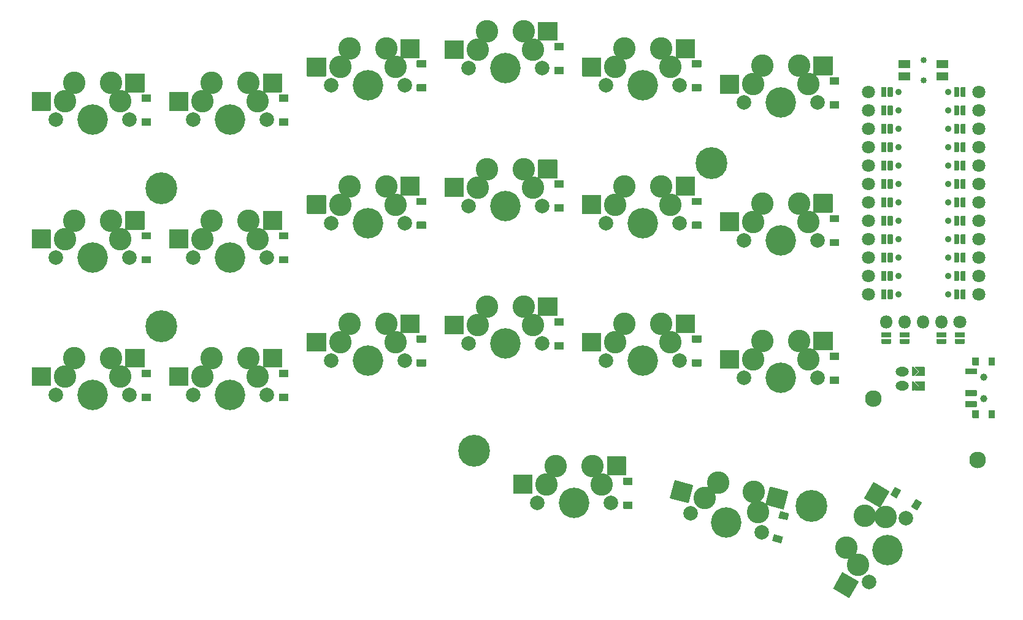
<source format=gbs>
G04 #@! TF.GenerationSoftware,KiCad,Pcbnew,8.0.8+1*
G04 #@! TF.CreationDate,2025-07-08T12:52:23+00:00*
G04 #@! TF.ProjectId,corney_island_wireless_autorouted,636f726e-6579-45f6-9973-6c616e645f77,0.2*
G04 #@! TF.SameCoordinates,Original*
G04 #@! TF.FileFunction,Soldermask,Bot*
G04 #@! TF.FilePolarity,Negative*
%FSLAX46Y46*%
G04 Gerber Fmt 4.6, Leading zero omitted, Abs format (unit mm)*
G04 Created by KiCad (PCBNEW 8.0.8+1) date 2025-07-08 12:52:23*
%MOMM*%
%LPD*%
G01*
G04 APERTURE LIST*
%ADD10C,2.000000*%
%ADD11C,3.100000*%
%ADD12C,4.200000*%
%ADD13C,4.400000*%
%ADD14C,0.850000*%
%ADD15C,1.000000*%
%ADD16O,1.850000X1.300000*%
%ADD17C,2.300000*%
%ADD18O,1.800000X1.800000*%
%ADD19C,1.800000*%
%ADD20C,0.900000*%
G04 APERTURE END LIST*
D10*
X189920000Y-59625000D03*
D11*
X192460000Y-54545000D03*
D12*
X195000000Y-59625000D03*
D11*
X198810000Y-57085000D03*
D10*
X200080000Y-59625000D03*
D13*
X199241100Y-115323700D03*
D10*
X189920000Y-97625000D03*
D11*
X192460000Y-92545000D03*
D12*
X195000000Y-97625000D03*
D11*
X198810000Y-95085000D03*
D10*
X200080000Y-97625000D03*
X132920000Y-76250000D03*
D11*
X135460000Y-71170000D03*
D12*
X138000000Y-76250000D03*
D11*
X141810000Y-73710000D03*
D10*
X143080000Y-76250000D03*
D13*
X109500000Y-90500000D03*
D10*
X151920000Y-73875000D03*
D11*
X154460000Y-68795000D03*
D12*
X157000000Y-73875000D03*
D11*
X160810000Y-71335000D03*
D10*
X162080000Y-73875000D03*
D13*
X109500000Y-71500000D03*
D14*
X214704000Y-53790000D03*
X214704000Y-56540000D03*
G36*
G01*
X212904000Y-53815000D02*
X212904000Y-54815000D01*
G75*
G02*
X212854000Y-54865000I-50000J0D01*
G01*
X211304000Y-54865000D01*
G75*
G02*
X211254000Y-54815000I0J50000D01*
G01*
X211254000Y-53815000D01*
G75*
G02*
X211304000Y-53765000I50000J0D01*
G01*
X212854000Y-53765000D01*
G75*
G02*
X212904000Y-53815000I0J-50000D01*
G01*
G37*
G36*
G01*
X212904000Y-55515000D02*
X212904000Y-56515000D01*
G75*
G02*
X212854000Y-56565000I-50000J0D01*
G01*
X211304000Y-56565000D01*
G75*
G02*
X211254000Y-56515000I0J50000D01*
G01*
X211254000Y-55515000D01*
G75*
G02*
X211304000Y-55465000I50000J0D01*
G01*
X212854000Y-55465000D01*
G75*
G02*
X212904000Y-55515000I0J-50000D01*
G01*
G37*
G36*
G01*
X218154000Y-53815000D02*
X218154000Y-54815000D01*
G75*
G02*
X218104000Y-54865000I-50000J0D01*
G01*
X216554000Y-54865000D01*
G75*
G02*
X216504000Y-54815000I0J50000D01*
G01*
X216504000Y-53815000D01*
G75*
G02*
X216554000Y-53765000I50000J0D01*
G01*
X218104000Y-53765000D01*
G75*
G02*
X218154000Y-53815000I0J-50000D01*
G01*
G37*
G36*
G01*
X218154000Y-55515000D02*
X218154000Y-56515000D01*
G75*
G02*
X218104000Y-56565000I-50000J0D01*
G01*
X216554000Y-56565000D01*
G75*
G02*
X216504000Y-56515000I0J50000D01*
G01*
X216504000Y-55515000D01*
G75*
G02*
X216554000Y-55465000I50000J0D01*
G01*
X218104000Y-55465000D01*
G75*
G02*
X218154000Y-55515000I0J-50000D01*
G01*
G37*
D10*
X207206800Y-125788609D03*
D11*
X204077391Y-121048905D03*
D12*
X209746800Y-121389200D03*
D11*
X209452095Y-116819643D03*
D10*
X212286800Y-116989791D03*
X189920000Y-78625000D03*
D11*
X192460000Y-73545000D03*
D12*
X195000000Y-78625000D03*
D11*
X198810000Y-76085000D03*
D10*
X200080000Y-78625000D03*
X113920000Y-62000000D03*
D11*
X116460000Y-56920000D03*
D12*
X119000000Y-62000000D03*
D11*
X122810000Y-59460000D03*
D10*
X124080000Y-62000000D03*
X132920000Y-95250000D03*
D11*
X135460000Y-90170000D03*
D12*
X138000000Y-95250000D03*
D11*
X141810000Y-92710000D03*
D10*
X143080000Y-95250000D03*
X132920000Y-57250000D03*
D11*
X135460000Y-52170000D03*
D12*
X138000000Y-57250000D03*
D11*
X141810000Y-54710000D03*
D10*
X143080000Y-57250000D03*
X94920000Y-81000000D03*
D11*
X97460000Y-75920000D03*
D12*
X100000000Y-81000000D03*
D11*
X103810000Y-78460000D03*
D10*
X105080000Y-81000000D03*
G36*
G01*
X221515000Y-94800000D02*
X222315000Y-94800000D01*
G75*
G02*
X222365000Y-94850000I0J-50000D01*
G01*
X222365000Y-95850000D01*
G75*
G02*
X222315000Y-95900000I-50000J0D01*
G01*
X221515000Y-95900000D01*
G75*
G02*
X221465000Y-95850000I0J50000D01*
G01*
X221465000Y-94850000D01*
G75*
G02*
X221515000Y-94800000I50000J0D01*
G01*
G37*
G36*
G01*
X221515000Y-102100000D02*
X222315000Y-102100000D01*
G75*
G02*
X222365000Y-102150000I0J-50000D01*
G01*
X222365000Y-103150000D01*
G75*
G02*
X222315000Y-103200000I-50000J0D01*
G01*
X221515000Y-103200000D01*
G75*
G02*
X221465000Y-103150000I0J50000D01*
G01*
X221465000Y-102150000D01*
G75*
G02*
X221515000Y-102100000I50000J0D01*
G01*
G37*
D15*
X223025000Y-97500000D03*
X223025000Y-100500000D03*
G36*
G01*
X223725000Y-94800000D02*
X224525000Y-94800000D01*
G75*
G02*
X224575000Y-94850000I0J-50000D01*
G01*
X224575000Y-95850000D01*
G75*
G02*
X224525000Y-95900000I-50000J0D01*
G01*
X223725000Y-95900000D01*
G75*
G02*
X223675000Y-95850000I0J50000D01*
G01*
X223675000Y-94850000D01*
G75*
G02*
X223725000Y-94800000I50000J0D01*
G01*
G37*
G36*
G01*
X223725000Y-102100000D02*
X224525000Y-102100000D01*
G75*
G02*
X224575000Y-102150000I0J-50000D01*
G01*
X224575000Y-103150000D01*
G75*
G02*
X224525000Y-103200000I-50000J0D01*
G01*
X223725000Y-103200000D01*
G75*
G02*
X223675000Y-103150000I0J50000D01*
G01*
X223675000Y-102150000D01*
G75*
G02*
X223725000Y-102100000I50000J0D01*
G01*
G37*
G36*
G01*
X220515000Y-96350000D02*
X222015000Y-96350000D01*
G75*
G02*
X222065000Y-96400000I0J-50000D01*
G01*
X222065000Y-97100000D01*
G75*
G02*
X222015000Y-97150000I-50000J0D01*
G01*
X220515000Y-97150000D01*
G75*
G02*
X220465000Y-97100000I0J50000D01*
G01*
X220465000Y-96400000D01*
G75*
G02*
X220515000Y-96350000I50000J0D01*
G01*
G37*
G36*
G01*
X220515000Y-99350000D02*
X222015000Y-99350000D01*
G75*
G02*
X222065000Y-99400000I0J-50000D01*
G01*
X222065000Y-100100000D01*
G75*
G02*
X222015000Y-100150000I-50000J0D01*
G01*
X220515000Y-100150000D01*
G75*
G02*
X220465000Y-100100000I0J50000D01*
G01*
X220465000Y-99400000D01*
G75*
G02*
X220515000Y-99350000I50000J0D01*
G01*
G37*
G36*
G01*
X220515000Y-100850000D02*
X222015000Y-100850000D01*
G75*
G02*
X222065000Y-100900000I0J-50000D01*
G01*
X222065000Y-101600000D01*
G75*
G02*
X222015000Y-101650000I-50000J0D01*
G01*
X220515000Y-101650000D01*
G75*
G02*
X220465000Y-101600000I0J50000D01*
G01*
X220465000Y-100900000D01*
G75*
G02*
X220515000Y-100850000I50000J0D01*
G01*
G37*
D10*
X182593097Y-116310199D03*
D11*
X186361349Y-112060696D03*
D12*
X187500000Y-117625000D03*
D11*
X191837578Y-116157649D03*
D10*
X192406903Y-118939801D03*
X94920000Y-100000000D03*
D11*
X97460000Y-94920000D03*
D12*
X100000000Y-100000000D03*
D11*
X103810000Y-97460000D03*
D10*
X105080000Y-100000000D03*
X161420000Y-114875000D03*
D11*
X163960000Y-109795000D03*
D12*
X166500000Y-114875000D03*
D11*
X170310000Y-112335000D03*
D10*
X171580000Y-114875000D03*
G36*
X214851355Y-97385355D02*
G01*
X214816000Y-97400000D01*
X213566000Y-97400000D01*
X213530645Y-97385355D01*
X213516000Y-97350000D01*
X213530645Y-97314645D01*
X214095290Y-96750000D01*
X213530645Y-96185355D01*
X213516000Y-96150000D01*
X213530645Y-96114645D01*
X213566000Y-96100000D01*
X214816000Y-96100000D01*
X214851355Y-96114645D01*
X214866000Y-96150000D01*
X214866000Y-97350000D01*
X214851355Y-97385355D01*
G37*
G36*
X214851355Y-99385355D02*
G01*
X214816000Y-99400000D01*
X213566000Y-99400000D01*
X213530645Y-99385355D01*
X213516000Y-99350000D01*
X213530645Y-99314645D01*
X214095290Y-98750000D01*
X213530645Y-98185355D01*
X213516000Y-98150000D01*
X213530645Y-98114645D01*
X213566000Y-98100000D01*
X214816000Y-98100000D01*
X214851355Y-98114645D01*
X214866000Y-98150000D01*
X214866000Y-99350000D01*
X214851355Y-99385355D01*
G37*
D16*
X211750000Y-98750000D03*
X211750000Y-96750000D03*
G36*
X213985355Y-98785355D02*
G01*
X213385355Y-99385355D01*
X213350000Y-99400000D01*
X213150000Y-99400000D01*
X213114645Y-99385355D01*
X213100000Y-99350000D01*
X213100000Y-98150000D01*
X213114645Y-98114645D01*
X213150000Y-98100000D01*
X213350000Y-98100000D01*
X213385355Y-98114645D01*
X213985355Y-98714645D01*
X214000000Y-98750000D01*
X213985355Y-98785355D01*
G37*
G36*
X213985355Y-96785355D02*
G01*
X213385355Y-97385355D01*
X213350000Y-97400000D01*
X213150000Y-97400000D01*
X213114645Y-97385355D01*
X213100000Y-97350000D01*
X213100000Y-96150000D01*
X213114645Y-96114645D01*
X213150000Y-96100000D01*
X213350000Y-96100000D01*
X213385355Y-96114645D01*
X213985355Y-96714645D01*
X214000000Y-96750000D01*
X213985355Y-96785355D01*
G37*
D10*
X170920000Y-76250000D03*
D11*
X173460000Y-71170000D03*
D12*
X176000000Y-76250000D03*
D11*
X179810000Y-73710000D03*
D10*
X181080000Y-76250000D03*
X94920000Y-62000000D03*
D11*
X97460000Y-56920000D03*
D12*
X100000000Y-62000000D03*
D11*
X103810000Y-59460000D03*
D10*
X105080000Y-62000000D03*
X170920000Y-95250000D03*
D11*
X173460000Y-90170000D03*
D12*
X176000000Y-95250000D03*
D11*
X179810000Y-92710000D03*
D10*
X181080000Y-95250000D03*
D13*
X185468000Y-67986000D03*
D10*
X113920000Y-100000000D03*
D11*
X116460000Y-94920000D03*
D12*
X119000000Y-100000000D03*
D11*
X122810000Y-97460000D03*
D10*
X124080000Y-100000000D03*
X151920000Y-92875000D03*
D11*
X154460000Y-87795000D03*
D12*
X157000000Y-92875000D03*
D11*
X160810000Y-90335000D03*
D10*
X162080000Y-92875000D03*
D13*
X152657000Y-107740000D03*
D17*
X222194000Y-108995000D03*
D18*
X209567000Y-89950000D03*
X212107000Y-89950000D03*
X214647000Y-89950000D03*
X217187000Y-89950000D03*
D19*
X219727000Y-89950000D03*
G36*
G01*
X219127000Y-92250000D02*
X220327000Y-92250000D01*
G75*
G02*
X220377000Y-92300000I0J-50000D01*
G01*
X220377000Y-92900000D01*
G75*
G02*
X220327000Y-92950000I-50000J0D01*
G01*
X219127000Y-92950000D01*
G75*
G02*
X219077000Y-92900000I0J50000D01*
G01*
X219077000Y-92300000D01*
G75*
G02*
X219127000Y-92250000I50000J0D01*
G01*
G37*
G36*
G01*
X216587000Y-92250000D02*
X217787000Y-92250000D01*
G75*
G02*
X217837000Y-92300000I0J-50000D01*
G01*
X217837000Y-92900000D01*
G75*
G02*
X217787000Y-92950000I-50000J0D01*
G01*
X216587000Y-92950000D01*
G75*
G02*
X216537000Y-92900000I0J50000D01*
G01*
X216537000Y-92300000D01*
G75*
G02*
X216587000Y-92250000I50000J0D01*
G01*
G37*
G36*
G01*
X211507000Y-92250000D02*
X212707000Y-92250000D01*
G75*
G02*
X212757000Y-92300000I0J-50000D01*
G01*
X212757000Y-92900000D01*
G75*
G02*
X212707000Y-92950000I-50000J0D01*
G01*
X211507000Y-92950000D01*
G75*
G02*
X211457000Y-92900000I0J50000D01*
G01*
X211457000Y-92300000D01*
G75*
G02*
X211507000Y-92250000I50000J0D01*
G01*
G37*
G36*
G01*
X208967000Y-92250000D02*
X210167000Y-92250000D01*
G75*
G02*
X210217000Y-92300000I0J-50000D01*
G01*
X210217000Y-92900000D01*
G75*
G02*
X210167000Y-92950000I-50000J0D01*
G01*
X208967000Y-92950000D01*
G75*
G02*
X208917000Y-92900000I0J50000D01*
G01*
X208917000Y-92300000D01*
G75*
G02*
X208967000Y-92250000I50000J0D01*
G01*
G37*
G36*
G01*
X219127000Y-91350000D02*
X220327000Y-91350000D01*
G75*
G02*
X220377000Y-91400000I0J-50000D01*
G01*
X220377000Y-92000000D01*
G75*
G02*
X220327000Y-92050000I-50000J0D01*
G01*
X219127000Y-92050000D01*
G75*
G02*
X219077000Y-92000000I0J50000D01*
G01*
X219077000Y-91400000D01*
G75*
G02*
X219127000Y-91350000I50000J0D01*
G01*
G37*
G36*
G01*
X216587000Y-91350000D02*
X217787000Y-91350000D01*
G75*
G02*
X217837000Y-91400000I0J-50000D01*
G01*
X217837000Y-92000000D01*
G75*
G02*
X217787000Y-92050000I-50000J0D01*
G01*
X216587000Y-92050000D01*
G75*
G02*
X216537000Y-92000000I0J50000D01*
G01*
X216537000Y-91400000D01*
G75*
G02*
X216587000Y-91350000I50000J0D01*
G01*
G37*
G36*
G01*
X211507000Y-91350000D02*
X212707000Y-91350000D01*
G75*
G02*
X212757000Y-91400000I0J-50000D01*
G01*
X212757000Y-92000000D01*
G75*
G02*
X212707000Y-92050000I-50000J0D01*
G01*
X211507000Y-92050000D01*
G75*
G02*
X211457000Y-92000000I0J50000D01*
G01*
X211457000Y-91400000D01*
G75*
G02*
X211507000Y-91350000I50000J0D01*
G01*
G37*
G36*
G01*
X208967000Y-91350000D02*
X210167000Y-91350000D01*
G75*
G02*
X210217000Y-91400000I0J-50000D01*
G01*
X210217000Y-92000000D01*
G75*
G02*
X210167000Y-92050000I-50000J0D01*
G01*
X208967000Y-92050000D01*
G75*
G02*
X208917000Y-92000000I0J50000D01*
G01*
X208917000Y-91400000D01*
G75*
G02*
X208967000Y-91350000I50000J0D01*
G01*
G37*
G36*
G01*
X219834000Y-58770000D02*
X219834000Y-57570000D01*
G75*
G02*
X219884000Y-57520000I50000J0D01*
G01*
X220484000Y-57520000D01*
G75*
G02*
X220534000Y-57570000I0J-50000D01*
G01*
X220534000Y-58770000D01*
G75*
G02*
X220484000Y-58820000I-50000J0D01*
G01*
X219884000Y-58820000D01*
G75*
G02*
X219834000Y-58770000I0J50000D01*
G01*
G37*
X222324000Y-58170000D03*
G36*
G01*
X219834000Y-61310000D02*
X219834000Y-60110000D01*
G75*
G02*
X219884000Y-60060000I50000J0D01*
G01*
X220484000Y-60060000D01*
G75*
G02*
X220534000Y-60110000I0J-50000D01*
G01*
X220534000Y-61310000D01*
G75*
G02*
X220484000Y-61360000I-50000J0D01*
G01*
X219884000Y-61360000D01*
G75*
G02*
X219834000Y-61310000I0J50000D01*
G01*
G37*
X222324000Y-60710000D03*
G36*
G01*
X219834000Y-63850000D02*
X219834000Y-62650000D01*
G75*
G02*
X219884000Y-62600000I50000J0D01*
G01*
X220484000Y-62600000D01*
G75*
G02*
X220534000Y-62650000I0J-50000D01*
G01*
X220534000Y-63850000D01*
G75*
G02*
X220484000Y-63900000I-50000J0D01*
G01*
X219884000Y-63900000D01*
G75*
G02*
X219834000Y-63850000I0J50000D01*
G01*
G37*
X222324000Y-63250000D03*
G36*
G01*
X219834000Y-66390000D02*
X219834000Y-65190000D01*
G75*
G02*
X219884000Y-65140000I50000J0D01*
G01*
X220484000Y-65140000D01*
G75*
G02*
X220534000Y-65190000I0J-50000D01*
G01*
X220534000Y-66390000D01*
G75*
G02*
X220484000Y-66440000I-50000J0D01*
G01*
X219884000Y-66440000D01*
G75*
G02*
X219834000Y-66390000I0J50000D01*
G01*
G37*
X222324000Y-65790000D03*
G36*
G01*
X219834000Y-68930000D02*
X219834000Y-67730000D01*
G75*
G02*
X219884000Y-67680000I50000J0D01*
G01*
X220484000Y-67680000D01*
G75*
G02*
X220534000Y-67730000I0J-50000D01*
G01*
X220534000Y-68930000D01*
G75*
G02*
X220484000Y-68980000I-50000J0D01*
G01*
X219884000Y-68980000D01*
G75*
G02*
X219834000Y-68930000I0J50000D01*
G01*
G37*
X222324000Y-68330000D03*
G36*
G01*
X219834000Y-71470000D02*
X219834000Y-70270000D01*
G75*
G02*
X219884000Y-70220000I50000J0D01*
G01*
X220484000Y-70220000D01*
G75*
G02*
X220534000Y-70270000I0J-50000D01*
G01*
X220534000Y-71470000D01*
G75*
G02*
X220484000Y-71520000I-50000J0D01*
G01*
X219884000Y-71520000D01*
G75*
G02*
X219834000Y-71470000I0J50000D01*
G01*
G37*
X222324000Y-70870000D03*
G36*
G01*
X219834000Y-74010000D02*
X219834000Y-72810000D01*
G75*
G02*
X219884000Y-72760000I50000J0D01*
G01*
X220484000Y-72760000D01*
G75*
G02*
X220534000Y-72810000I0J-50000D01*
G01*
X220534000Y-74010000D01*
G75*
G02*
X220484000Y-74060000I-50000J0D01*
G01*
X219884000Y-74060000D01*
G75*
G02*
X219834000Y-74010000I0J50000D01*
G01*
G37*
X222324000Y-73410000D03*
G36*
G01*
X219834000Y-76550000D02*
X219834000Y-75350000D01*
G75*
G02*
X219884000Y-75300000I50000J0D01*
G01*
X220484000Y-75300000D01*
G75*
G02*
X220534000Y-75350000I0J-50000D01*
G01*
X220534000Y-76550000D01*
G75*
G02*
X220484000Y-76600000I-50000J0D01*
G01*
X219884000Y-76600000D01*
G75*
G02*
X219834000Y-76550000I0J50000D01*
G01*
G37*
X222324000Y-75950000D03*
G36*
G01*
X219834000Y-79090000D02*
X219834000Y-77890000D01*
G75*
G02*
X219884000Y-77840000I50000J0D01*
G01*
X220484000Y-77840000D01*
G75*
G02*
X220534000Y-77890000I0J-50000D01*
G01*
X220534000Y-79090000D01*
G75*
G02*
X220484000Y-79140000I-50000J0D01*
G01*
X219884000Y-79140000D01*
G75*
G02*
X219834000Y-79090000I0J50000D01*
G01*
G37*
X222324000Y-78490000D03*
G36*
G01*
X219834000Y-81630000D02*
X219834000Y-80430000D01*
G75*
G02*
X219884000Y-80380000I50000J0D01*
G01*
X220484000Y-80380000D01*
G75*
G02*
X220534000Y-80430000I0J-50000D01*
G01*
X220534000Y-81630000D01*
G75*
G02*
X220484000Y-81680000I-50000J0D01*
G01*
X219884000Y-81680000D01*
G75*
G02*
X219834000Y-81630000I0J50000D01*
G01*
G37*
X222324000Y-81030000D03*
G36*
G01*
X219834000Y-84170000D02*
X219834000Y-82970000D01*
G75*
G02*
X219884000Y-82920000I50000J0D01*
G01*
X220484000Y-82920000D01*
G75*
G02*
X220534000Y-82970000I0J-50000D01*
G01*
X220534000Y-84170000D01*
G75*
G02*
X220484000Y-84220000I-50000J0D01*
G01*
X219884000Y-84220000D01*
G75*
G02*
X219834000Y-84170000I0J50000D01*
G01*
G37*
X222324000Y-83570000D03*
G36*
G01*
X219834000Y-86710000D02*
X219834000Y-85510000D01*
G75*
G02*
X219884000Y-85460000I50000J0D01*
G01*
X220484000Y-85460000D01*
G75*
G02*
X220534000Y-85510000I0J-50000D01*
G01*
X220534000Y-86710000D01*
G75*
G02*
X220484000Y-86760000I-50000J0D01*
G01*
X219884000Y-86760000D01*
G75*
G02*
X219834000Y-86710000I0J50000D01*
G01*
G37*
X222324000Y-86110000D03*
X207084000Y-86110000D03*
G36*
G01*
X208874000Y-86710000D02*
X208874000Y-85510000D01*
G75*
G02*
X208924000Y-85460000I50000J0D01*
G01*
X209524000Y-85460000D01*
G75*
G02*
X209574000Y-85510000I0J-50000D01*
G01*
X209574000Y-86710000D01*
G75*
G02*
X209524000Y-86760000I-50000J0D01*
G01*
X208924000Y-86760000D01*
G75*
G02*
X208874000Y-86710000I0J50000D01*
G01*
G37*
X207084000Y-83570000D03*
G36*
G01*
X208874000Y-84170000D02*
X208874000Y-82970000D01*
G75*
G02*
X208924000Y-82920000I50000J0D01*
G01*
X209524000Y-82920000D01*
G75*
G02*
X209574000Y-82970000I0J-50000D01*
G01*
X209574000Y-84170000D01*
G75*
G02*
X209524000Y-84220000I-50000J0D01*
G01*
X208924000Y-84220000D01*
G75*
G02*
X208874000Y-84170000I0J50000D01*
G01*
G37*
X207084000Y-81030000D03*
G36*
G01*
X208874000Y-81630000D02*
X208874000Y-80430000D01*
G75*
G02*
X208924000Y-80380000I50000J0D01*
G01*
X209524000Y-80380000D01*
G75*
G02*
X209574000Y-80430000I0J-50000D01*
G01*
X209574000Y-81630000D01*
G75*
G02*
X209524000Y-81680000I-50000J0D01*
G01*
X208924000Y-81680000D01*
G75*
G02*
X208874000Y-81630000I0J50000D01*
G01*
G37*
X207084000Y-78490000D03*
G36*
G01*
X208874000Y-79090000D02*
X208874000Y-77890000D01*
G75*
G02*
X208924000Y-77840000I50000J0D01*
G01*
X209524000Y-77840000D01*
G75*
G02*
X209574000Y-77890000I0J-50000D01*
G01*
X209574000Y-79090000D01*
G75*
G02*
X209524000Y-79140000I-50000J0D01*
G01*
X208924000Y-79140000D01*
G75*
G02*
X208874000Y-79090000I0J50000D01*
G01*
G37*
X207084000Y-75950000D03*
G36*
G01*
X208874000Y-76550000D02*
X208874000Y-75350000D01*
G75*
G02*
X208924000Y-75300000I50000J0D01*
G01*
X209524000Y-75300000D01*
G75*
G02*
X209574000Y-75350000I0J-50000D01*
G01*
X209574000Y-76550000D01*
G75*
G02*
X209524000Y-76600000I-50000J0D01*
G01*
X208924000Y-76600000D01*
G75*
G02*
X208874000Y-76550000I0J50000D01*
G01*
G37*
X207084000Y-73410000D03*
G36*
G01*
X208874000Y-74010000D02*
X208874000Y-72810000D01*
G75*
G02*
X208924000Y-72760000I50000J0D01*
G01*
X209524000Y-72760000D01*
G75*
G02*
X209574000Y-72810000I0J-50000D01*
G01*
X209574000Y-74010000D01*
G75*
G02*
X209524000Y-74060000I-50000J0D01*
G01*
X208924000Y-74060000D01*
G75*
G02*
X208874000Y-74010000I0J50000D01*
G01*
G37*
X207084000Y-70870000D03*
G36*
G01*
X208874000Y-71470000D02*
X208874000Y-70270000D01*
G75*
G02*
X208924000Y-70220000I50000J0D01*
G01*
X209524000Y-70220000D01*
G75*
G02*
X209574000Y-70270000I0J-50000D01*
G01*
X209574000Y-71470000D01*
G75*
G02*
X209524000Y-71520000I-50000J0D01*
G01*
X208924000Y-71520000D01*
G75*
G02*
X208874000Y-71470000I0J50000D01*
G01*
G37*
X207084000Y-68330000D03*
G36*
G01*
X208874000Y-68930000D02*
X208874000Y-67730000D01*
G75*
G02*
X208924000Y-67680000I50000J0D01*
G01*
X209524000Y-67680000D01*
G75*
G02*
X209574000Y-67730000I0J-50000D01*
G01*
X209574000Y-68930000D01*
G75*
G02*
X209524000Y-68980000I-50000J0D01*
G01*
X208924000Y-68980000D01*
G75*
G02*
X208874000Y-68930000I0J50000D01*
G01*
G37*
X207084000Y-65790000D03*
G36*
G01*
X208874000Y-66390000D02*
X208874000Y-65190000D01*
G75*
G02*
X208924000Y-65140000I50000J0D01*
G01*
X209524000Y-65140000D01*
G75*
G02*
X209574000Y-65190000I0J-50000D01*
G01*
X209574000Y-66390000D01*
G75*
G02*
X209524000Y-66440000I-50000J0D01*
G01*
X208924000Y-66440000D01*
G75*
G02*
X208874000Y-66390000I0J50000D01*
G01*
G37*
X207084000Y-63250000D03*
G36*
G01*
X208874000Y-63850000D02*
X208874000Y-62650000D01*
G75*
G02*
X208924000Y-62600000I50000J0D01*
G01*
X209524000Y-62600000D01*
G75*
G02*
X209574000Y-62650000I0J-50000D01*
G01*
X209574000Y-63850000D01*
G75*
G02*
X209524000Y-63900000I-50000J0D01*
G01*
X208924000Y-63900000D01*
G75*
G02*
X208874000Y-63850000I0J50000D01*
G01*
G37*
X207084000Y-60710000D03*
G36*
G01*
X208874000Y-61310000D02*
X208874000Y-60110000D01*
G75*
G02*
X208924000Y-60060000I50000J0D01*
G01*
X209524000Y-60060000D01*
G75*
G02*
X209574000Y-60110000I0J-50000D01*
G01*
X209574000Y-61310000D01*
G75*
G02*
X209524000Y-61360000I-50000J0D01*
G01*
X208924000Y-61360000D01*
G75*
G02*
X208874000Y-61310000I0J50000D01*
G01*
G37*
X207084000Y-58170000D03*
G36*
G01*
X208874000Y-58770000D02*
X208874000Y-57570000D01*
G75*
G02*
X208924000Y-57520000I50000J0D01*
G01*
X209524000Y-57520000D01*
G75*
G02*
X209574000Y-57570000I0J-50000D01*
G01*
X209574000Y-58770000D01*
G75*
G02*
X209524000Y-58820000I-50000J0D01*
G01*
X208924000Y-58820000D01*
G75*
G02*
X208874000Y-58770000I0J50000D01*
G01*
G37*
G36*
G01*
X209774000Y-58770000D02*
X209774000Y-57570000D01*
G75*
G02*
X209824000Y-57520000I50000J0D01*
G01*
X210424000Y-57520000D01*
G75*
G02*
X210474000Y-57570000I0J-50000D01*
G01*
X210474000Y-58770000D01*
G75*
G02*
X210424000Y-58820000I-50000J0D01*
G01*
X209824000Y-58820000D01*
G75*
G02*
X209774000Y-58770000I0J50000D01*
G01*
G37*
D20*
X218104000Y-58170000D03*
G36*
G01*
X209774000Y-61310000D02*
X209774000Y-60110000D01*
G75*
G02*
X209824000Y-60060000I50000J0D01*
G01*
X210424000Y-60060000D01*
G75*
G02*
X210474000Y-60110000I0J-50000D01*
G01*
X210474000Y-61310000D01*
G75*
G02*
X210424000Y-61360000I-50000J0D01*
G01*
X209824000Y-61360000D01*
G75*
G02*
X209774000Y-61310000I0J50000D01*
G01*
G37*
X218104000Y-60710000D03*
G36*
G01*
X209774000Y-63850000D02*
X209774000Y-62650000D01*
G75*
G02*
X209824000Y-62600000I50000J0D01*
G01*
X210424000Y-62600000D01*
G75*
G02*
X210474000Y-62650000I0J-50000D01*
G01*
X210474000Y-63850000D01*
G75*
G02*
X210424000Y-63900000I-50000J0D01*
G01*
X209824000Y-63900000D01*
G75*
G02*
X209774000Y-63850000I0J50000D01*
G01*
G37*
X218104000Y-63250000D03*
G36*
G01*
X209774000Y-66390000D02*
X209774000Y-65190000D01*
G75*
G02*
X209824000Y-65140000I50000J0D01*
G01*
X210424000Y-65140000D01*
G75*
G02*
X210474000Y-65190000I0J-50000D01*
G01*
X210474000Y-66390000D01*
G75*
G02*
X210424000Y-66440000I-50000J0D01*
G01*
X209824000Y-66440000D01*
G75*
G02*
X209774000Y-66390000I0J50000D01*
G01*
G37*
X218104000Y-65790000D03*
G36*
G01*
X209774000Y-68930000D02*
X209774000Y-67730000D01*
G75*
G02*
X209824000Y-67680000I50000J0D01*
G01*
X210424000Y-67680000D01*
G75*
G02*
X210474000Y-67730000I0J-50000D01*
G01*
X210474000Y-68930000D01*
G75*
G02*
X210424000Y-68980000I-50000J0D01*
G01*
X209824000Y-68980000D01*
G75*
G02*
X209774000Y-68930000I0J50000D01*
G01*
G37*
X218104000Y-68330000D03*
G36*
G01*
X209774000Y-71470000D02*
X209774000Y-70270000D01*
G75*
G02*
X209824000Y-70220000I50000J0D01*
G01*
X210424000Y-70220000D01*
G75*
G02*
X210474000Y-70270000I0J-50000D01*
G01*
X210474000Y-71470000D01*
G75*
G02*
X210424000Y-71520000I-50000J0D01*
G01*
X209824000Y-71520000D01*
G75*
G02*
X209774000Y-71470000I0J50000D01*
G01*
G37*
X218104000Y-70870000D03*
G36*
G01*
X209774000Y-74010000D02*
X209774000Y-72810000D01*
G75*
G02*
X209824000Y-72760000I50000J0D01*
G01*
X210424000Y-72760000D01*
G75*
G02*
X210474000Y-72810000I0J-50000D01*
G01*
X210474000Y-74010000D01*
G75*
G02*
X210424000Y-74060000I-50000J0D01*
G01*
X209824000Y-74060000D01*
G75*
G02*
X209774000Y-74010000I0J50000D01*
G01*
G37*
X218104000Y-73410000D03*
G36*
G01*
X209774000Y-76550000D02*
X209774000Y-75350000D01*
G75*
G02*
X209824000Y-75300000I50000J0D01*
G01*
X210424000Y-75300000D01*
G75*
G02*
X210474000Y-75350000I0J-50000D01*
G01*
X210474000Y-76550000D01*
G75*
G02*
X210424000Y-76600000I-50000J0D01*
G01*
X209824000Y-76600000D01*
G75*
G02*
X209774000Y-76550000I0J50000D01*
G01*
G37*
X218104000Y-75950000D03*
G36*
G01*
X209774000Y-79090000D02*
X209774000Y-77890000D01*
G75*
G02*
X209824000Y-77840000I50000J0D01*
G01*
X210424000Y-77840000D01*
G75*
G02*
X210474000Y-77890000I0J-50000D01*
G01*
X210474000Y-79090000D01*
G75*
G02*
X210424000Y-79140000I-50000J0D01*
G01*
X209824000Y-79140000D01*
G75*
G02*
X209774000Y-79090000I0J50000D01*
G01*
G37*
X218104000Y-78490000D03*
G36*
G01*
X209774000Y-81630000D02*
X209774000Y-80430000D01*
G75*
G02*
X209824000Y-80380000I50000J0D01*
G01*
X210424000Y-80380000D01*
G75*
G02*
X210474000Y-80430000I0J-50000D01*
G01*
X210474000Y-81630000D01*
G75*
G02*
X210424000Y-81680000I-50000J0D01*
G01*
X209824000Y-81680000D01*
G75*
G02*
X209774000Y-81630000I0J50000D01*
G01*
G37*
X218104000Y-81030000D03*
G36*
G01*
X209774000Y-84170000D02*
X209774000Y-82970000D01*
G75*
G02*
X209824000Y-82920000I50000J0D01*
G01*
X210424000Y-82920000D01*
G75*
G02*
X210474000Y-82970000I0J-50000D01*
G01*
X210474000Y-84170000D01*
G75*
G02*
X210424000Y-84220000I-50000J0D01*
G01*
X209824000Y-84220000D01*
G75*
G02*
X209774000Y-84170000I0J50000D01*
G01*
G37*
X218104000Y-83570000D03*
G36*
G01*
X209774000Y-86710000D02*
X209774000Y-85510000D01*
G75*
G02*
X209824000Y-85460000I50000J0D01*
G01*
X210424000Y-85460000D01*
G75*
G02*
X210474000Y-85510000I0J-50000D01*
G01*
X210474000Y-86710000D01*
G75*
G02*
X210424000Y-86760000I-50000J0D01*
G01*
X209824000Y-86760000D01*
G75*
G02*
X209774000Y-86710000I0J50000D01*
G01*
G37*
X218104000Y-86110000D03*
X211304000Y-86110000D03*
G36*
G01*
X218934000Y-86710000D02*
X218934000Y-85510000D01*
G75*
G02*
X218984000Y-85460000I50000J0D01*
G01*
X219584000Y-85460000D01*
G75*
G02*
X219634000Y-85510000I0J-50000D01*
G01*
X219634000Y-86710000D01*
G75*
G02*
X219584000Y-86760000I-50000J0D01*
G01*
X218984000Y-86760000D01*
G75*
G02*
X218934000Y-86710000I0J50000D01*
G01*
G37*
X211304000Y-83570000D03*
G36*
G01*
X218934000Y-84170000D02*
X218934000Y-82970000D01*
G75*
G02*
X218984000Y-82920000I50000J0D01*
G01*
X219584000Y-82920000D01*
G75*
G02*
X219634000Y-82970000I0J-50000D01*
G01*
X219634000Y-84170000D01*
G75*
G02*
X219584000Y-84220000I-50000J0D01*
G01*
X218984000Y-84220000D01*
G75*
G02*
X218934000Y-84170000I0J50000D01*
G01*
G37*
X211304000Y-81030000D03*
G36*
G01*
X218934000Y-81630000D02*
X218934000Y-80430000D01*
G75*
G02*
X218984000Y-80380000I50000J0D01*
G01*
X219584000Y-80380000D01*
G75*
G02*
X219634000Y-80430000I0J-50000D01*
G01*
X219634000Y-81630000D01*
G75*
G02*
X219584000Y-81680000I-50000J0D01*
G01*
X218984000Y-81680000D01*
G75*
G02*
X218934000Y-81630000I0J50000D01*
G01*
G37*
X211304000Y-78490000D03*
G36*
G01*
X218934000Y-79090000D02*
X218934000Y-77890000D01*
G75*
G02*
X218984000Y-77840000I50000J0D01*
G01*
X219584000Y-77840000D01*
G75*
G02*
X219634000Y-77890000I0J-50000D01*
G01*
X219634000Y-79090000D01*
G75*
G02*
X219584000Y-79140000I-50000J0D01*
G01*
X218984000Y-79140000D01*
G75*
G02*
X218934000Y-79090000I0J50000D01*
G01*
G37*
X211304000Y-75950000D03*
G36*
G01*
X218934000Y-76550000D02*
X218934000Y-75350000D01*
G75*
G02*
X218984000Y-75300000I50000J0D01*
G01*
X219584000Y-75300000D01*
G75*
G02*
X219634000Y-75350000I0J-50000D01*
G01*
X219634000Y-76550000D01*
G75*
G02*
X219584000Y-76600000I-50000J0D01*
G01*
X218984000Y-76600000D01*
G75*
G02*
X218934000Y-76550000I0J50000D01*
G01*
G37*
X211304000Y-73410000D03*
G36*
G01*
X218934000Y-74010000D02*
X218934000Y-72810000D01*
G75*
G02*
X218984000Y-72760000I50000J0D01*
G01*
X219584000Y-72760000D01*
G75*
G02*
X219634000Y-72810000I0J-50000D01*
G01*
X219634000Y-74010000D01*
G75*
G02*
X219584000Y-74060000I-50000J0D01*
G01*
X218984000Y-74060000D01*
G75*
G02*
X218934000Y-74010000I0J50000D01*
G01*
G37*
X211304000Y-70870000D03*
G36*
G01*
X218934000Y-71470000D02*
X218934000Y-70270000D01*
G75*
G02*
X218984000Y-70220000I50000J0D01*
G01*
X219584000Y-70220000D01*
G75*
G02*
X219634000Y-70270000I0J-50000D01*
G01*
X219634000Y-71470000D01*
G75*
G02*
X219584000Y-71520000I-50000J0D01*
G01*
X218984000Y-71520000D01*
G75*
G02*
X218934000Y-71470000I0J50000D01*
G01*
G37*
X211304000Y-68330000D03*
G36*
G01*
X218934000Y-68930000D02*
X218934000Y-67730000D01*
G75*
G02*
X218984000Y-67680000I50000J0D01*
G01*
X219584000Y-67680000D01*
G75*
G02*
X219634000Y-67730000I0J-50000D01*
G01*
X219634000Y-68930000D01*
G75*
G02*
X219584000Y-68980000I-50000J0D01*
G01*
X218984000Y-68980000D01*
G75*
G02*
X218934000Y-68930000I0J50000D01*
G01*
G37*
X211304000Y-65790000D03*
G36*
G01*
X218934000Y-66390000D02*
X218934000Y-65190000D01*
G75*
G02*
X218984000Y-65140000I50000J0D01*
G01*
X219584000Y-65140000D01*
G75*
G02*
X219634000Y-65190000I0J-50000D01*
G01*
X219634000Y-66390000D01*
G75*
G02*
X219584000Y-66440000I-50000J0D01*
G01*
X218984000Y-66440000D01*
G75*
G02*
X218934000Y-66390000I0J50000D01*
G01*
G37*
X211304000Y-63250000D03*
G36*
G01*
X218934000Y-63850000D02*
X218934000Y-62650000D01*
G75*
G02*
X218984000Y-62600000I50000J0D01*
G01*
X219584000Y-62600000D01*
G75*
G02*
X219634000Y-62650000I0J-50000D01*
G01*
X219634000Y-63850000D01*
G75*
G02*
X219584000Y-63900000I-50000J0D01*
G01*
X218984000Y-63900000D01*
G75*
G02*
X218934000Y-63850000I0J50000D01*
G01*
G37*
X211304000Y-60710000D03*
G36*
G01*
X218934000Y-61310000D02*
X218934000Y-60110000D01*
G75*
G02*
X218984000Y-60060000I50000J0D01*
G01*
X219584000Y-60060000D01*
G75*
G02*
X219634000Y-60110000I0J-50000D01*
G01*
X219634000Y-61310000D01*
G75*
G02*
X219584000Y-61360000I-50000J0D01*
G01*
X218984000Y-61360000D01*
G75*
G02*
X218934000Y-61310000I0J50000D01*
G01*
G37*
X211304000Y-58170000D03*
G36*
G01*
X218934000Y-58770000D02*
X218934000Y-57570000D01*
G75*
G02*
X218984000Y-57520000I50000J0D01*
G01*
X219584000Y-57520000D01*
G75*
G02*
X219634000Y-57570000I0J-50000D01*
G01*
X219634000Y-58770000D01*
G75*
G02*
X219584000Y-58820000I-50000J0D01*
G01*
X218984000Y-58820000D01*
G75*
G02*
X218934000Y-58770000I0J50000D01*
G01*
G37*
D10*
X170920000Y-57250000D03*
D11*
X173460000Y-52170000D03*
D12*
X176000000Y-57250000D03*
D11*
X179810000Y-54710000D03*
D10*
X181080000Y-57250000D03*
X151920000Y-54875000D03*
D11*
X154460000Y-49795000D03*
D12*
X157000000Y-54875000D03*
D11*
X160810000Y-52335000D03*
D10*
X162080000Y-54875000D03*
X113920000Y-81000000D03*
D11*
X116460000Y-75920000D03*
D12*
X119000000Y-81000000D03*
D11*
X122810000Y-78460000D03*
D10*
X124080000Y-81000000D03*
D17*
X207762000Y-100476000D03*
G36*
G01*
X146000000Y-58075000D02*
X144800000Y-58075000D01*
G75*
G02*
X144750000Y-58025000I0J50000D01*
G01*
X144750000Y-57125000D01*
G75*
G02*
X144800000Y-57075000I50000J0D01*
G01*
X146000000Y-57075000D01*
G75*
G02*
X146050000Y-57125000I0J-50000D01*
G01*
X146050000Y-58025000D01*
G75*
G02*
X146000000Y-58075000I-50000J0D01*
G01*
G37*
G36*
G01*
X146000000Y-54775000D02*
X144800000Y-54775000D01*
G75*
G02*
X144750000Y-54725000I0J50000D01*
G01*
X144750000Y-53825000D01*
G75*
G02*
X144800000Y-53775000I50000J0D01*
G01*
X146000000Y-53775000D01*
G75*
G02*
X146050000Y-53825000I0J-50000D01*
G01*
X146050000Y-54725000D01*
G75*
G02*
X146000000Y-54775000I-50000J0D01*
G01*
G37*
D10*
X151920000Y-92875000D03*
D11*
X153190000Y-90335000D03*
D12*
X157000000Y-92875000D03*
D11*
X159540000Y-87795000D03*
D10*
X162080000Y-92875000D03*
G36*
G01*
X148590000Y-91585000D02*
X148590000Y-89085000D01*
G75*
G02*
X148640000Y-89035000I50000J0D01*
G01*
X151190000Y-89035000D01*
G75*
G02*
X151240000Y-89085000I0J-50000D01*
G01*
X151240000Y-91585000D01*
G75*
G02*
X151190000Y-91635000I-50000J0D01*
G01*
X148640000Y-91635000D01*
G75*
G02*
X148590000Y-91585000I0J50000D01*
G01*
G37*
G36*
G01*
X161517000Y-89045000D02*
X161517000Y-86545000D01*
G75*
G02*
X161567000Y-86495000I50000J0D01*
G01*
X164117000Y-86495000D01*
G75*
G02*
X164167000Y-86545000I0J-50000D01*
G01*
X164167000Y-89045000D01*
G75*
G02*
X164117000Y-89095000I-50000J0D01*
G01*
X161567000Y-89095000D01*
G75*
G02*
X161517000Y-89045000I0J50000D01*
G01*
G37*
X161420000Y-114875000D03*
D11*
X162690000Y-112335000D03*
D12*
X166500000Y-114875000D03*
D11*
X169040000Y-109795000D03*
D10*
X171580000Y-114875000D03*
G36*
G01*
X158090000Y-113585000D02*
X158090000Y-111085000D01*
G75*
G02*
X158140000Y-111035000I50000J0D01*
G01*
X160690000Y-111035000D01*
G75*
G02*
X160740000Y-111085000I0J-50000D01*
G01*
X160740000Y-113585000D01*
G75*
G02*
X160690000Y-113635000I-50000J0D01*
G01*
X158140000Y-113635000D01*
G75*
G02*
X158090000Y-113585000I0J50000D01*
G01*
G37*
G36*
G01*
X171017000Y-111045000D02*
X171017000Y-108545000D01*
G75*
G02*
X171067000Y-108495000I50000J0D01*
G01*
X173617000Y-108495000D01*
G75*
G02*
X173667000Y-108545000I0J-50000D01*
G01*
X173667000Y-111045000D01*
G75*
G02*
X173617000Y-111095000I-50000J0D01*
G01*
X171067000Y-111095000D01*
G75*
G02*
X171017000Y-111045000I0J50000D01*
G01*
G37*
G36*
G01*
X214461254Y-114873485D02*
X213861254Y-115912715D01*
G75*
G02*
X213792953Y-115931016I-43301J25000D01*
G01*
X213013531Y-115481016D01*
G75*
G02*
X212995230Y-115412715I25000J43301D01*
G01*
X213595230Y-114373485D01*
G75*
G02*
X213663531Y-114355184I43301J-25000D01*
G01*
X214442953Y-114805184D01*
G75*
G02*
X214461254Y-114873485I-25000J-43301D01*
G01*
G37*
G36*
G01*
X211603370Y-113223485D02*
X211003370Y-114262715D01*
G75*
G02*
X210935069Y-114281016I-43301J25000D01*
G01*
X210155647Y-113831016D01*
G75*
G02*
X210137346Y-113762715I25000J43301D01*
G01*
X210737346Y-112723485D01*
G75*
G02*
X210805647Y-112705184I43301J-25000D01*
G01*
X211585069Y-113155184D01*
G75*
G02*
X211603370Y-113223485I-25000J-43301D01*
G01*
G37*
X113920000Y-100000000D03*
D11*
X115190000Y-97460000D03*
D12*
X119000000Y-100000000D03*
D11*
X121540000Y-94920000D03*
D10*
X124080000Y-100000000D03*
G36*
G01*
X110590000Y-98710000D02*
X110590000Y-96210000D01*
G75*
G02*
X110640000Y-96160000I50000J0D01*
G01*
X113190000Y-96160000D01*
G75*
G02*
X113240000Y-96210000I0J-50000D01*
G01*
X113240000Y-98710000D01*
G75*
G02*
X113190000Y-98760000I-50000J0D01*
G01*
X110640000Y-98760000D01*
G75*
G02*
X110590000Y-98710000I0J50000D01*
G01*
G37*
G36*
G01*
X123517000Y-96170000D02*
X123517000Y-93670000D01*
G75*
G02*
X123567000Y-93620000I50000J0D01*
G01*
X126117000Y-93620000D01*
G75*
G02*
X126167000Y-93670000I0J-50000D01*
G01*
X126167000Y-96170000D01*
G75*
G02*
X126117000Y-96220000I-50000J0D01*
G01*
X123567000Y-96220000D01*
G75*
G02*
X123517000Y-96170000I0J50000D01*
G01*
G37*
X207206800Y-125788609D03*
D11*
X205642095Y-123418757D03*
D12*
X209746800Y-121389200D03*
D11*
X206617391Y-116649495D03*
D10*
X212286800Y-116989791D03*
G36*
G01*
X204424627Y-128027473D02*
X202259563Y-126777473D01*
G75*
G02*
X202241262Y-126709172I25000J43301D01*
G01*
X203516262Y-124500808D01*
G75*
G02*
X203584563Y-124482507I43301J-25000D01*
G01*
X205749627Y-125732507D01*
G75*
G02*
X205767928Y-125800808I-25000J-43301D01*
G01*
X204492928Y-128009172D01*
G75*
G02*
X204424627Y-128027473I-43301J25000D01*
G01*
G37*
G36*
G01*
X208688423Y-115562363D02*
X206523359Y-114312363D01*
G75*
G02*
X206505058Y-114244062I25000J43301D01*
G01*
X207780058Y-112035698D01*
G75*
G02*
X207848359Y-112017397I43301J-25000D01*
G01*
X210013423Y-113267397D01*
G75*
G02*
X210031724Y-113335698I-25000J-43301D01*
G01*
X208756724Y-115544062D01*
G75*
G02*
X208688423Y-115562363I-43301J25000D01*
G01*
G37*
G36*
G01*
X108000000Y-81825000D02*
X106800000Y-81825000D01*
G75*
G02*
X106750000Y-81775000I0J50000D01*
G01*
X106750000Y-80875000D01*
G75*
G02*
X106800000Y-80825000I50000J0D01*
G01*
X108000000Y-80825000D01*
G75*
G02*
X108050000Y-80875000I0J-50000D01*
G01*
X108050000Y-81775000D01*
G75*
G02*
X108000000Y-81825000I-50000J0D01*
G01*
G37*
G36*
G01*
X108000000Y-78525000D02*
X106800000Y-78525000D01*
G75*
G02*
X106750000Y-78475000I0J50000D01*
G01*
X106750000Y-77575000D01*
G75*
G02*
X106800000Y-77525000I50000J0D01*
G01*
X108000000Y-77525000D01*
G75*
G02*
X108050000Y-77575000I0J-50000D01*
G01*
X108050000Y-78475000D01*
G75*
G02*
X108000000Y-78525000I-50000J0D01*
G01*
G37*
G36*
G01*
X108000000Y-62825000D02*
X106800000Y-62825000D01*
G75*
G02*
X106750000Y-62775000I0J50000D01*
G01*
X106750000Y-61875000D01*
G75*
G02*
X106800000Y-61825000I50000J0D01*
G01*
X108000000Y-61825000D01*
G75*
G02*
X108050000Y-61875000I0J-50000D01*
G01*
X108050000Y-62775000D01*
G75*
G02*
X108000000Y-62825000I-50000J0D01*
G01*
G37*
G36*
G01*
X108000000Y-59525000D02*
X106800000Y-59525000D01*
G75*
G02*
X106750000Y-59475000I0J50000D01*
G01*
X106750000Y-58575000D01*
G75*
G02*
X106800000Y-58525000I50000J0D01*
G01*
X108000000Y-58525000D01*
G75*
G02*
X108050000Y-58575000I0J-50000D01*
G01*
X108050000Y-59475000D01*
G75*
G02*
X108000000Y-59525000I-50000J0D01*
G01*
G37*
X132920000Y-57250000D03*
D11*
X134190000Y-54710000D03*
D12*
X138000000Y-57250000D03*
D11*
X140540000Y-52170000D03*
D10*
X143080000Y-57250000D03*
G36*
G01*
X129590000Y-55960000D02*
X129590000Y-53460000D01*
G75*
G02*
X129640000Y-53410000I50000J0D01*
G01*
X132190000Y-53410000D01*
G75*
G02*
X132240000Y-53460000I0J-50000D01*
G01*
X132240000Y-55960000D01*
G75*
G02*
X132190000Y-56010000I-50000J0D01*
G01*
X129640000Y-56010000D01*
G75*
G02*
X129590000Y-55960000I0J50000D01*
G01*
G37*
G36*
G01*
X142517000Y-53420000D02*
X142517000Y-50920000D01*
G75*
G02*
X142567000Y-50870000I50000J0D01*
G01*
X145117000Y-50870000D01*
G75*
G02*
X145167000Y-50920000I0J-50000D01*
G01*
X145167000Y-53420000D01*
G75*
G02*
X145117000Y-53470000I-50000J0D01*
G01*
X142567000Y-53470000D01*
G75*
G02*
X142517000Y-53420000I0J50000D01*
G01*
G37*
X170920000Y-76250000D03*
D11*
X172190000Y-73710000D03*
D12*
X176000000Y-76250000D03*
D11*
X178540000Y-71170000D03*
D10*
X181080000Y-76250000D03*
G36*
G01*
X167590000Y-74960000D02*
X167590000Y-72460000D01*
G75*
G02*
X167640000Y-72410000I50000J0D01*
G01*
X170190000Y-72410000D01*
G75*
G02*
X170240000Y-72460000I0J-50000D01*
G01*
X170240000Y-74960000D01*
G75*
G02*
X170190000Y-75010000I-50000J0D01*
G01*
X167640000Y-75010000D01*
G75*
G02*
X167590000Y-74960000I0J50000D01*
G01*
G37*
G36*
G01*
X180517000Y-72420000D02*
X180517000Y-69920000D01*
G75*
G02*
X180567000Y-69870000I50000J0D01*
G01*
X183117000Y-69870000D01*
G75*
G02*
X183167000Y-69920000I0J-50000D01*
G01*
X183167000Y-72420000D01*
G75*
G02*
X183117000Y-72470000I-50000J0D01*
G01*
X180567000Y-72470000D01*
G75*
G02*
X180517000Y-72420000I0J50000D01*
G01*
G37*
G36*
G01*
X184000000Y-58075000D02*
X182800000Y-58075000D01*
G75*
G02*
X182750000Y-58025000I0J50000D01*
G01*
X182750000Y-57125000D01*
G75*
G02*
X182800000Y-57075000I50000J0D01*
G01*
X184000000Y-57075000D01*
G75*
G02*
X184050000Y-57125000I0J-50000D01*
G01*
X184050000Y-58025000D01*
G75*
G02*
X184000000Y-58075000I-50000J0D01*
G01*
G37*
G36*
G01*
X184000000Y-54775000D02*
X182800000Y-54775000D01*
G75*
G02*
X182750000Y-54725000I0J50000D01*
G01*
X182750000Y-53825000D01*
G75*
G02*
X182800000Y-53775000I50000J0D01*
G01*
X184000000Y-53775000D01*
G75*
G02*
X184050000Y-53825000I0J-50000D01*
G01*
X184050000Y-54725000D01*
G75*
G02*
X184000000Y-54775000I-50000J0D01*
G01*
G37*
X132920000Y-76250000D03*
D11*
X134190000Y-73710000D03*
D12*
X138000000Y-76250000D03*
D11*
X140540000Y-71170000D03*
D10*
X143080000Y-76250000D03*
G36*
G01*
X129590000Y-74960000D02*
X129590000Y-72460000D01*
G75*
G02*
X129640000Y-72410000I50000J0D01*
G01*
X132190000Y-72410000D01*
G75*
G02*
X132240000Y-72460000I0J-50000D01*
G01*
X132240000Y-74960000D01*
G75*
G02*
X132190000Y-75010000I-50000J0D01*
G01*
X129640000Y-75010000D01*
G75*
G02*
X129590000Y-74960000I0J50000D01*
G01*
G37*
G36*
G01*
X142517000Y-72420000D02*
X142517000Y-69920000D01*
G75*
G02*
X142567000Y-69870000I50000J0D01*
G01*
X145117000Y-69870000D01*
G75*
G02*
X145167000Y-69920000I0J-50000D01*
G01*
X145167000Y-72420000D01*
G75*
G02*
X145117000Y-72470000I-50000J0D01*
G01*
X142567000Y-72470000D01*
G75*
G02*
X142517000Y-72420000I0J50000D01*
G01*
G37*
G36*
G01*
X146000000Y-96075000D02*
X144800000Y-96075000D01*
G75*
G02*
X144750000Y-96025000I0J50000D01*
G01*
X144750000Y-95125000D01*
G75*
G02*
X144800000Y-95075000I50000J0D01*
G01*
X146000000Y-95075000D01*
G75*
G02*
X146050000Y-95125000I0J-50000D01*
G01*
X146050000Y-96025000D01*
G75*
G02*
X146000000Y-96075000I-50000J0D01*
G01*
G37*
G36*
G01*
X146000000Y-92775000D02*
X144800000Y-92775000D01*
G75*
G02*
X144750000Y-92725000I0J50000D01*
G01*
X144750000Y-91825000D01*
G75*
G02*
X144800000Y-91775000I50000J0D01*
G01*
X146000000Y-91775000D01*
G75*
G02*
X146050000Y-91825000I0J-50000D01*
G01*
X146050000Y-92725000D01*
G75*
G02*
X146000000Y-92775000I-50000J0D01*
G01*
G37*
X151920000Y-54875000D03*
D11*
X153190000Y-52335000D03*
D12*
X157000000Y-54875000D03*
D11*
X159540000Y-49795000D03*
D10*
X162080000Y-54875000D03*
G36*
G01*
X148590000Y-53585000D02*
X148590000Y-51085000D01*
G75*
G02*
X148640000Y-51035000I50000J0D01*
G01*
X151190000Y-51035000D01*
G75*
G02*
X151240000Y-51085000I0J-50000D01*
G01*
X151240000Y-53585000D01*
G75*
G02*
X151190000Y-53635000I-50000J0D01*
G01*
X148640000Y-53635000D01*
G75*
G02*
X148590000Y-53585000I0J50000D01*
G01*
G37*
G36*
G01*
X161517000Y-51045000D02*
X161517000Y-48545000D01*
G75*
G02*
X161567000Y-48495000I50000J0D01*
G01*
X164117000Y-48495000D01*
G75*
G02*
X164167000Y-48545000I0J-50000D01*
G01*
X164167000Y-51045000D01*
G75*
G02*
X164117000Y-51095000I-50000J0D01*
G01*
X161567000Y-51095000D01*
G75*
G02*
X161517000Y-51045000I0J50000D01*
G01*
G37*
X94920000Y-62000000D03*
D11*
X96190000Y-59460000D03*
D12*
X100000000Y-62000000D03*
D11*
X102540000Y-56920000D03*
D10*
X105080000Y-62000000D03*
G36*
G01*
X91590000Y-60710000D02*
X91590000Y-58210000D01*
G75*
G02*
X91640000Y-58160000I50000J0D01*
G01*
X94190000Y-58160000D01*
G75*
G02*
X94240000Y-58210000I0J-50000D01*
G01*
X94240000Y-60710000D01*
G75*
G02*
X94190000Y-60760000I-50000J0D01*
G01*
X91640000Y-60760000D01*
G75*
G02*
X91590000Y-60710000I0J50000D01*
G01*
G37*
G36*
G01*
X104517000Y-58170000D02*
X104517000Y-55670000D01*
G75*
G02*
X104567000Y-55620000I50000J0D01*
G01*
X107117000Y-55620000D01*
G75*
G02*
X107167000Y-55670000I0J-50000D01*
G01*
X107167000Y-58170000D01*
G75*
G02*
X107117000Y-58220000I-50000J0D01*
G01*
X104567000Y-58220000D01*
G75*
G02*
X104517000Y-58170000I0J50000D01*
G01*
G37*
X189920000Y-97625000D03*
D11*
X191190000Y-95085000D03*
D12*
X195000000Y-97625000D03*
D11*
X197540000Y-92545000D03*
D10*
X200080000Y-97625000D03*
G36*
G01*
X186590000Y-96335000D02*
X186590000Y-93835000D01*
G75*
G02*
X186640000Y-93785000I50000J0D01*
G01*
X189190000Y-93785000D01*
G75*
G02*
X189240000Y-93835000I0J-50000D01*
G01*
X189240000Y-96335000D01*
G75*
G02*
X189190000Y-96385000I-50000J0D01*
G01*
X186640000Y-96385000D01*
G75*
G02*
X186590000Y-96335000I0J50000D01*
G01*
G37*
G36*
G01*
X199517000Y-93795000D02*
X199517000Y-91295000D01*
G75*
G02*
X199567000Y-91245000I50000J0D01*
G01*
X202117000Y-91245000D01*
G75*
G02*
X202167000Y-91295000I0J-50000D01*
G01*
X202167000Y-93795000D01*
G75*
G02*
X202117000Y-93845000I-50000J0D01*
G01*
X199567000Y-93845000D01*
G75*
G02*
X199517000Y-93795000I0J50000D01*
G01*
G37*
G36*
G01*
X127000000Y-62825000D02*
X125800000Y-62825000D01*
G75*
G02*
X125750000Y-62775000I0J50000D01*
G01*
X125750000Y-61875000D01*
G75*
G02*
X125800000Y-61825000I50000J0D01*
G01*
X127000000Y-61825000D01*
G75*
G02*
X127050000Y-61875000I0J-50000D01*
G01*
X127050000Y-62775000D01*
G75*
G02*
X127000000Y-62825000I-50000J0D01*
G01*
G37*
G36*
G01*
X127000000Y-59525000D02*
X125800000Y-59525000D01*
G75*
G02*
X125750000Y-59475000I0J50000D01*
G01*
X125750000Y-58575000D01*
G75*
G02*
X125800000Y-58525000I50000J0D01*
G01*
X127000000Y-58525000D01*
G75*
G02*
X127050000Y-58575000I0J-50000D01*
G01*
X127050000Y-59475000D01*
G75*
G02*
X127000000Y-59525000I-50000J0D01*
G01*
G37*
X170920000Y-95250000D03*
D11*
X172190000Y-92710000D03*
D12*
X176000000Y-95250000D03*
D11*
X178540000Y-90170000D03*
D10*
X181080000Y-95250000D03*
G36*
G01*
X167590000Y-93960000D02*
X167590000Y-91460000D01*
G75*
G02*
X167640000Y-91410000I50000J0D01*
G01*
X170190000Y-91410000D01*
G75*
G02*
X170240000Y-91460000I0J-50000D01*
G01*
X170240000Y-93960000D01*
G75*
G02*
X170190000Y-94010000I-50000J0D01*
G01*
X167640000Y-94010000D01*
G75*
G02*
X167590000Y-93960000I0J50000D01*
G01*
G37*
G36*
G01*
X180517000Y-91420000D02*
X180517000Y-88920000D01*
G75*
G02*
X180567000Y-88870000I50000J0D01*
G01*
X183117000Y-88870000D01*
G75*
G02*
X183167000Y-88920000I0J-50000D01*
G01*
X183167000Y-91420000D01*
G75*
G02*
X183117000Y-91470000I-50000J0D01*
G01*
X180567000Y-91470000D01*
G75*
G02*
X180517000Y-91420000I0J50000D01*
G01*
G37*
G36*
G01*
X165000000Y-74700000D02*
X163800000Y-74700000D01*
G75*
G02*
X163750000Y-74650000I0J50000D01*
G01*
X163750000Y-73750000D01*
G75*
G02*
X163800000Y-73700000I50000J0D01*
G01*
X165000000Y-73700000D01*
G75*
G02*
X165050000Y-73750000I0J-50000D01*
G01*
X165050000Y-74650000D01*
G75*
G02*
X165000000Y-74700000I-50000J0D01*
G01*
G37*
G36*
G01*
X165000000Y-71400000D02*
X163800000Y-71400000D01*
G75*
G02*
X163750000Y-71350000I0J50000D01*
G01*
X163750000Y-70450000D01*
G75*
G02*
X163800000Y-70400000I50000J0D01*
G01*
X165000000Y-70400000D01*
G75*
G02*
X165050000Y-70450000I0J-50000D01*
G01*
X165050000Y-71350000D01*
G75*
G02*
X165000000Y-71400000I-50000J0D01*
G01*
G37*
X94920000Y-81000000D03*
D11*
X96190000Y-78460000D03*
D12*
X100000000Y-81000000D03*
D11*
X102540000Y-75920000D03*
D10*
X105080000Y-81000000D03*
G36*
G01*
X91590000Y-79710000D02*
X91590000Y-77210000D01*
G75*
G02*
X91640000Y-77160000I50000J0D01*
G01*
X94190000Y-77160000D01*
G75*
G02*
X94240000Y-77210000I0J-50000D01*
G01*
X94240000Y-79710000D01*
G75*
G02*
X94190000Y-79760000I-50000J0D01*
G01*
X91640000Y-79760000D01*
G75*
G02*
X91590000Y-79710000I0J50000D01*
G01*
G37*
G36*
G01*
X104517000Y-77170000D02*
X104517000Y-74670000D01*
G75*
G02*
X104567000Y-74620000I50000J0D01*
G01*
X107117000Y-74620000D01*
G75*
G02*
X107167000Y-74670000I0J-50000D01*
G01*
X107167000Y-77170000D01*
G75*
G02*
X107117000Y-77220000I-50000J0D01*
G01*
X104567000Y-77220000D01*
G75*
G02*
X104517000Y-77170000I0J50000D01*
G01*
G37*
G36*
G01*
X108000000Y-100825000D02*
X106800000Y-100825000D01*
G75*
G02*
X106750000Y-100775000I0J50000D01*
G01*
X106750000Y-99875000D01*
G75*
G02*
X106800000Y-99825000I50000J0D01*
G01*
X108000000Y-99825000D01*
G75*
G02*
X108050000Y-99875000I0J-50000D01*
G01*
X108050000Y-100775000D01*
G75*
G02*
X108000000Y-100825000I-50000J0D01*
G01*
G37*
G36*
G01*
X108000000Y-97525000D02*
X106800000Y-97525000D01*
G75*
G02*
X106750000Y-97475000I0J50000D01*
G01*
X106750000Y-96575000D01*
G75*
G02*
X106800000Y-96525000I50000J0D01*
G01*
X108000000Y-96525000D01*
G75*
G02*
X108050000Y-96575000I0J-50000D01*
G01*
X108050000Y-97475000D01*
G75*
G02*
X108000000Y-97525000I-50000J0D01*
G01*
G37*
G36*
G01*
X184000000Y-77075000D02*
X182800000Y-77075000D01*
G75*
G02*
X182750000Y-77025000I0J50000D01*
G01*
X182750000Y-76125000D01*
G75*
G02*
X182800000Y-76075000I50000J0D01*
G01*
X184000000Y-76075000D01*
G75*
G02*
X184050000Y-76125000I0J-50000D01*
G01*
X184050000Y-77025000D01*
G75*
G02*
X184000000Y-77075000I-50000J0D01*
G01*
G37*
G36*
G01*
X184000000Y-73775000D02*
X182800000Y-73775000D01*
G75*
G02*
X182750000Y-73725000I0J50000D01*
G01*
X182750000Y-72825000D01*
G75*
G02*
X182800000Y-72775000I50000J0D01*
G01*
X184000000Y-72775000D01*
G75*
G02*
X184050000Y-72825000I0J-50000D01*
G01*
X184050000Y-73725000D01*
G75*
G02*
X184000000Y-73775000I-50000J0D01*
G01*
G37*
G36*
G01*
X127000000Y-100825000D02*
X125800000Y-100825000D01*
G75*
G02*
X125750000Y-100775000I0J50000D01*
G01*
X125750000Y-99875000D01*
G75*
G02*
X125800000Y-99825000I50000J0D01*
G01*
X127000000Y-99825000D01*
G75*
G02*
X127050000Y-99875000I0J-50000D01*
G01*
X127050000Y-100775000D01*
G75*
G02*
X127000000Y-100825000I-50000J0D01*
G01*
G37*
G36*
G01*
X127000000Y-97525000D02*
X125800000Y-97525000D01*
G75*
G02*
X125750000Y-97475000I0J50000D01*
G01*
X125750000Y-96575000D01*
G75*
G02*
X125800000Y-96525000I50000J0D01*
G01*
X127000000Y-96525000D01*
G75*
G02*
X127050000Y-96575000I0J-50000D01*
G01*
X127050000Y-97475000D01*
G75*
G02*
X127000000Y-97525000I-50000J0D01*
G01*
G37*
X132920000Y-95250000D03*
D11*
X134190000Y-92710000D03*
D12*
X138000000Y-95250000D03*
D11*
X140540000Y-90170000D03*
D10*
X143080000Y-95250000D03*
G36*
G01*
X129590000Y-93960000D02*
X129590000Y-91460000D01*
G75*
G02*
X129640000Y-91410000I50000J0D01*
G01*
X132190000Y-91410000D01*
G75*
G02*
X132240000Y-91460000I0J-50000D01*
G01*
X132240000Y-93960000D01*
G75*
G02*
X132190000Y-94010000I-50000J0D01*
G01*
X129640000Y-94010000D01*
G75*
G02*
X129590000Y-93960000I0J50000D01*
G01*
G37*
G36*
G01*
X142517000Y-91420000D02*
X142517000Y-88920000D01*
G75*
G02*
X142567000Y-88870000I50000J0D01*
G01*
X145117000Y-88870000D01*
G75*
G02*
X145167000Y-88920000I0J-50000D01*
G01*
X145167000Y-91420000D01*
G75*
G02*
X145117000Y-91470000I-50000J0D01*
G01*
X142567000Y-91470000D01*
G75*
G02*
X142517000Y-91420000I0J50000D01*
G01*
G37*
X94920000Y-100000000D03*
D11*
X96190000Y-97460000D03*
D12*
X100000000Y-100000000D03*
D11*
X102540000Y-94920000D03*
D10*
X105080000Y-100000000D03*
G36*
G01*
X91590000Y-98710000D02*
X91590000Y-96210000D01*
G75*
G02*
X91640000Y-96160000I50000J0D01*
G01*
X94190000Y-96160000D01*
G75*
G02*
X94240000Y-96210000I0J-50000D01*
G01*
X94240000Y-98710000D01*
G75*
G02*
X94190000Y-98760000I-50000J0D01*
G01*
X91640000Y-98760000D01*
G75*
G02*
X91590000Y-98710000I0J50000D01*
G01*
G37*
G36*
G01*
X104517000Y-96170000D02*
X104517000Y-93670000D01*
G75*
G02*
X104567000Y-93620000I50000J0D01*
G01*
X107117000Y-93620000D01*
G75*
G02*
X107167000Y-93670000I0J-50000D01*
G01*
X107167000Y-96170000D01*
G75*
G02*
X107117000Y-96220000I-50000J0D01*
G01*
X104567000Y-96220000D01*
G75*
G02*
X104517000Y-96170000I0J50000D01*
G01*
G37*
G36*
G01*
X195013896Y-120492432D02*
X193854785Y-120181849D01*
G75*
G02*
X193819430Y-120120612I12941J48296D01*
G01*
X194052367Y-119251279D01*
G75*
G02*
X194113604Y-119215924I48296J-12941D01*
G01*
X195272715Y-119526507D01*
G75*
G02*
X195308070Y-119587744I-12941J-48296D01*
G01*
X195075133Y-120457077D01*
G75*
G02*
X195013896Y-120492432I-48296J12941D01*
G01*
G37*
G36*
G01*
X195867996Y-117304876D02*
X194708885Y-116994293D01*
G75*
G02*
X194673530Y-116933056I12941J48296D01*
G01*
X194906467Y-116063723D01*
G75*
G02*
X194967704Y-116028368I48296J-12941D01*
G01*
X196126815Y-116338951D01*
G75*
G02*
X196162170Y-116400188I-12941J-48296D01*
G01*
X195929233Y-117269521D01*
G75*
G02*
X195867996Y-117304876I-48296J12941D01*
G01*
G37*
G36*
G01*
X127000000Y-81825000D02*
X125800000Y-81825000D01*
G75*
G02*
X125750000Y-81775000I0J50000D01*
G01*
X125750000Y-80875000D01*
G75*
G02*
X125800000Y-80825000I50000J0D01*
G01*
X127000000Y-80825000D01*
G75*
G02*
X127050000Y-80875000I0J-50000D01*
G01*
X127050000Y-81775000D01*
G75*
G02*
X127000000Y-81825000I-50000J0D01*
G01*
G37*
G36*
G01*
X127000000Y-78525000D02*
X125800000Y-78525000D01*
G75*
G02*
X125750000Y-78475000I0J50000D01*
G01*
X125750000Y-77575000D01*
G75*
G02*
X125800000Y-77525000I50000J0D01*
G01*
X127000000Y-77525000D01*
G75*
G02*
X127050000Y-77575000I0J-50000D01*
G01*
X127050000Y-78475000D01*
G75*
G02*
X127000000Y-78525000I-50000J0D01*
G01*
G37*
G36*
G01*
X174500000Y-115700000D02*
X173300000Y-115700000D01*
G75*
G02*
X173250000Y-115650000I0J50000D01*
G01*
X173250000Y-114750000D01*
G75*
G02*
X173300000Y-114700000I50000J0D01*
G01*
X174500000Y-114700000D01*
G75*
G02*
X174550000Y-114750000I0J-50000D01*
G01*
X174550000Y-115650000D01*
G75*
G02*
X174500000Y-115700000I-50000J0D01*
G01*
G37*
G36*
G01*
X174500000Y-112400000D02*
X173300000Y-112400000D01*
G75*
G02*
X173250000Y-112350000I0J50000D01*
G01*
X173250000Y-111450000D01*
G75*
G02*
X173300000Y-111400000I50000J0D01*
G01*
X174500000Y-111400000D01*
G75*
G02*
X174550000Y-111450000I0J-50000D01*
G01*
X174550000Y-112350000D01*
G75*
G02*
X174500000Y-112400000I-50000J0D01*
G01*
G37*
X113920000Y-81000000D03*
D11*
X115190000Y-78460000D03*
D12*
X119000000Y-81000000D03*
D11*
X121540000Y-75920000D03*
D10*
X124080000Y-81000000D03*
G36*
G01*
X110590000Y-79710000D02*
X110590000Y-77210000D01*
G75*
G02*
X110640000Y-77160000I50000J0D01*
G01*
X113190000Y-77160000D01*
G75*
G02*
X113240000Y-77210000I0J-50000D01*
G01*
X113240000Y-79710000D01*
G75*
G02*
X113190000Y-79760000I-50000J0D01*
G01*
X110640000Y-79760000D01*
G75*
G02*
X110590000Y-79710000I0J50000D01*
G01*
G37*
G36*
G01*
X123517000Y-77170000D02*
X123517000Y-74670000D01*
G75*
G02*
X123567000Y-74620000I50000J0D01*
G01*
X126117000Y-74620000D01*
G75*
G02*
X126167000Y-74670000I0J-50000D01*
G01*
X126167000Y-77170000D01*
G75*
G02*
X126117000Y-77220000I-50000J0D01*
G01*
X123567000Y-77220000D01*
G75*
G02*
X123517000Y-77170000I0J50000D01*
G01*
G37*
G36*
G01*
X184000000Y-96075000D02*
X182800000Y-96075000D01*
G75*
G02*
X182750000Y-96025000I0J50000D01*
G01*
X182750000Y-95125000D01*
G75*
G02*
X182800000Y-95075000I50000J0D01*
G01*
X184000000Y-95075000D01*
G75*
G02*
X184050000Y-95125000I0J-50000D01*
G01*
X184050000Y-96025000D01*
G75*
G02*
X184000000Y-96075000I-50000J0D01*
G01*
G37*
G36*
G01*
X184000000Y-92775000D02*
X182800000Y-92775000D01*
G75*
G02*
X182750000Y-92725000I0J50000D01*
G01*
X182750000Y-91825000D01*
G75*
G02*
X182800000Y-91775000I50000J0D01*
G01*
X184000000Y-91775000D01*
G75*
G02*
X184050000Y-91825000I0J-50000D01*
G01*
X184050000Y-92725000D01*
G75*
G02*
X184000000Y-92775000I-50000J0D01*
G01*
G37*
G36*
G01*
X203000000Y-60450000D02*
X201800000Y-60450000D01*
G75*
G02*
X201750000Y-60400000I0J50000D01*
G01*
X201750000Y-59500000D01*
G75*
G02*
X201800000Y-59450000I50000J0D01*
G01*
X203000000Y-59450000D01*
G75*
G02*
X203050000Y-59500000I0J-50000D01*
G01*
X203050000Y-60400000D01*
G75*
G02*
X203000000Y-60450000I-50000J0D01*
G01*
G37*
G36*
G01*
X203000000Y-57150000D02*
X201800000Y-57150000D01*
G75*
G02*
X201750000Y-57100000I0J50000D01*
G01*
X201750000Y-56200000D01*
G75*
G02*
X201800000Y-56150000I50000J0D01*
G01*
X203000000Y-56150000D01*
G75*
G02*
X203050000Y-56200000I0J-50000D01*
G01*
X203050000Y-57100000D01*
G75*
G02*
X203000000Y-57150000I-50000J0D01*
G01*
G37*
X189920000Y-78625000D03*
D11*
X191190000Y-76085000D03*
D12*
X195000000Y-78625000D03*
D11*
X197540000Y-73545000D03*
D10*
X200080000Y-78625000D03*
G36*
G01*
X186590000Y-77335000D02*
X186590000Y-74835000D01*
G75*
G02*
X186640000Y-74785000I50000J0D01*
G01*
X189190000Y-74785000D01*
G75*
G02*
X189240000Y-74835000I0J-50000D01*
G01*
X189240000Y-77335000D01*
G75*
G02*
X189190000Y-77385000I-50000J0D01*
G01*
X186640000Y-77385000D01*
G75*
G02*
X186590000Y-77335000I0J50000D01*
G01*
G37*
G36*
G01*
X199517000Y-74795000D02*
X199517000Y-72295000D01*
G75*
G02*
X199567000Y-72245000I50000J0D01*
G01*
X202117000Y-72245000D01*
G75*
G02*
X202167000Y-72295000I0J-50000D01*
G01*
X202167000Y-74795000D01*
G75*
G02*
X202117000Y-74845000I-50000J0D01*
G01*
X199567000Y-74845000D01*
G75*
G02*
X199517000Y-74795000I0J50000D01*
G01*
G37*
X151920000Y-73875000D03*
D11*
X153190000Y-71335000D03*
D12*
X157000000Y-73875000D03*
D11*
X159540000Y-68795000D03*
D10*
X162080000Y-73875000D03*
G36*
G01*
X148590000Y-72585000D02*
X148590000Y-70085000D01*
G75*
G02*
X148640000Y-70035000I50000J0D01*
G01*
X151190000Y-70035000D01*
G75*
G02*
X151240000Y-70085000I0J-50000D01*
G01*
X151240000Y-72585000D01*
G75*
G02*
X151190000Y-72635000I-50000J0D01*
G01*
X148640000Y-72635000D01*
G75*
G02*
X148590000Y-72585000I0J50000D01*
G01*
G37*
G36*
G01*
X161517000Y-70045000D02*
X161517000Y-67545000D01*
G75*
G02*
X161567000Y-67495000I50000J0D01*
G01*
X164117000Y-67495000D01*
G75*
G02*
X164167000Y-67545000I0J-50000D01*
G01*
X164167000Y-70045000D01*
G75*
G02*
X164117000Y-70095000I-50000J0D01*
G01*
X161567000Y-70095000D01*
G75*
G02*
X161517000Y-70045000I0J50000D01*
G01*
G37*
G36*
G01*
X165000000Y-55700000D02*
X163800000Y-55700000D01*
G75*
G02*
X163750000Y-55650000I0J50000D01*
G01*
X163750000Y-54750000D01*
G75*
G02*
X163800000Y-54700000I50000J0D01*
G01*
X165000000Y-54700000D01*
G75*
G02*
X165050000Y-54750000I0J-50000D01*
G01*
X165050000Y-55650000D01*
G75*
G02*
X165000000Y-55700000I-50000J0D01*
G01*
G37*
G36*
G01*
X165000000Y-52400000D02*
X163800000Y-52400000D01*
G75*
G02*
X163750000Y-52350000I0J50000D01*
G01*
X163750000Y-51450000D01*
G75*
G02*
X163800000Y-51400000I50000J0D01*
G01*
X165000000Y-51400000D01*
G75*
G02*
X165050000Y-51450000I0J-50000D01*
G01*
X165050000Y-52350000D01*
G75*
G02*
X165000000Y-52400000I-50000J0D01*
G01*
G37*
X189920000Y-59625000D03*
D11*
X191190000Y-57085000D03*
D12*
X195000000Y-59625000D03*
D11*
X197540000Y-54545000D03*
D10*
X200080000Y-59625000D03*
G36*
G01*
X186590000Y-58335000D02*
X186590000Y-55835000D01*
G75*
G02*
X186640000Y-55785000I50000J0D01*
G01*
X189190000Y-55785000D01*
G75*
G02*
X189240000Y-55835000I0J-50000D01*
G01*
X189240000Y-58335000D01*
G75*
G02*
X189190000Y-58385000I-50000J0D01*
G01*
X186640000Y-58385000D01*
G75*
G02*
X186590000Y-58335000I0J50000D01*
G01*
G37*
G36*
G01*
X199517000Y-55795000D02*
X199517000Y-53295000D01*
G75*
G02*
X199567000Y-53245000I50000J0D01*
G01*
X202117000Y-53245000D01*
G75*
G02*
X202167000Y-53295000I0J-50000D01*
G01*
X202167000Y-55795000D01*
G75*
G02*
X202117000Y-55845000I-50000J0D01*
G01*
X199567000Y-55845000D01*
G75*
G02*
X199517000Y-55795000I0J50000D01*
G01*
G37*
G36*
G01*
X146000000Y-77075000D02*
X144800000Y-77075000D01*
G75*
G02*
X144750000Y-77025000I0J50000D01*
G01*
X144750000Y-76125000D01*
G75*
G02*
X144800000Y-76075000I50000J0D01*
G01*
X146000000Y-76075000D01*
G75*
G02*
X146050000Y-76125000I0J-50000D01*
G01*
X146050000Y-77025000D01*
G75*
G02*
X146000000Y-77075000I-50000J0D01*
G01*
G37*
G36*
G01*
X146000000Y-73775000D02*
X144800000Y-73775000D01*
G75*
G02*
X144750000Y-73725000I0J50000D01*
G01*
X144750000Y-72825000D01*
G75*
G02*
X144800000Y-72775000I50000J0D01*
G01*
X146000000Y-72775000D01*
G75*
G02*
X146050000Y-72825000I0J-50000D01*
G01*
X146050000Y-73725000D01*
G75*
G02*
X146000000Y-73775000I-50000J0D01*
G01*
G37*
G36*
G01*
X165000000Y-93700000D02*
X163800000Y-93700000D01*
G75*
G02*
X163750000Y-93650000I0J50000D01*
G01*
X163750000Y-92750000D01*
G75*
G02*
X163800000Y-92700000I50000J0D01*
G01*
X165000000Y-92700000D01*
G75*
G02*
X165050000Y-92750000I0J-50000D01*
G01*
X165050000Y-93650000D01*
G75*
G02*
X165000000Y-93700000I-50000J0D01*
G01*
G37*
G36*
G01*
X165000000Y-90400000D02*
X163800000Y-90400000D01*
G75*
G02*
X163750000Y-90350000I0J50000D01*
G01*
X163750000Y-89450000D01*
G75*
G02*
X163800000Y-89400000I50000J0D01*
G01*
X165000000Y-89400000D01*
G75*
G02*
X165050000Y-89450000I0J-50000D01*
G01*
X165050000Y-90350000D01*
G75*
G02*
X165000000Y-90400000I-50000J0D01*
G01*
G37*
X182593097Y-116310199D03*
D11*
X184477223Y-114185448D03*
D12*
X187500000Y-117625000D03*
D11*
X191268252Y-113375497D03*
D10*
X192406903Y-118939801D03*
G36*
G01*
X179710441Y-114202287D02*
X180357488Y-111787472D01*
G75*
G02*
X180418725Y-111752117I48296J-12941D01*
G01*
X182881836Y-112412106D01*
G75*
G02*
X182917191Y-112473343I-12941J-48296D01*
G01*
X182270144Y-114888158D01*
G75*
G02*
X182208907Y-114923513I-48296J12941D01*
G01*
X179745796Y-114263524D01*
G75*
G02*
X179710441Y-114202287I12941J48296D01*
G01*
G37*
G36*
G01*
X192854364Y-115094590D02*
X193501411Y-112679775D01*
G75*
G02*
X193562648Y-112644420I48296J-12941D01*
G01*
X196025759Y-113304409D01*
G75*
G02*
X196061114Y-113365646I-12941J-48296D01*
G01*
X195414067Y-115780461D01*
G75*
G02*
X195352830Y-115815816I-48296J12941D01*
G01*
X192889719Y-115155827D01*
G75*
G02*
X192854364Y-115094590I12941J48296D01*
G01*
G37*
X170920000Y-57250000D03*
D11*
X172190000Y-54710000D03*
D12*
X176000000Y-57250000D03*
D11*
X178540000Y-52170000D03*
D10*
X181080000Y-57250000D03*
G36*
G01*
X167590000Y-55960000D02*
X167590000Y-53460000D01*
G75*
G02*
X167640000Y-53410000I50000J0D01*
G01*
X170190000Y-53410000D01*
G75*
G02*
X170240000Y-53460000I0J-50000D01*
G01*
X170240000Y-55960000D01*
G75*
G02*
X170190000Y-56010000I-50000J0D01*
G01*
X167640000Y-56010000D01*
G75*
G02*
X167590000Y-55960000I0J50000D01*
G01*
G37*
G36*
G01*
X180517000Y-53420000D02*
X180517000Y-50920000D01*
G75*
G02*
X180567000Y-50870000I50000J0D01*
G01*
X183117000Y-50870000D01*
G75*
G02*
X183167000Y-50920000I0J-50000D01*
G01*
X183167000Y-53420000D01*
G75*
G02*
X183117000Y-53470000I-50000J0D01*
G01*
X180567000Y-53470000D01*
G75*
G02*
X180517000Y-53420000I0J50000D01*
G01*
G37*
G36*
G01*
X203000000Y-79450000D02*
X201800000Y-79450000D01*
G75*
G02*
X201750000Y-79400000I0J50000D01*
G01*
X201750000Y-78500000D01*
G75*
G02*
X201800000Y-78450000I50000J0D01*
G01*
X203000000Y-78450000D01*
G75*
G02*
X203050000Y-78500000I0J-50000D01*
G01*
X203050000Y-79400000D01*
G75*
G02*
X203000000Y-79450000I-50000J0D01*
G01*
G37*
G36*
G01*
X203000000Y-76150000D02*
X201800000Y-76150000D01*
G75*
G02*
X201750000Y-76100000I0J50000D01*
G01*
X201750000Y-75200000D01*
G75*
G02*
X201800000Y-75150000I50000J0D01*
G01*
X203000000Y-75150000D01*
G75*
G02*
X203050000Y-75200000I0J-50000D01*
G01*
X203050000Y-76100000D01*
G75*
G02*
X203000000Y-76150000I-50000J0D01*
G01*
G37*
G36*
G01*
X203000000Y-98450000D02*
X201800000Y-98450000D01*
G75*
G02*
X201750000Y-98400000I0J50000D01*
G01*
X201750000Y-97500000D01*
G75*
G02*
X201800000Y-97450000I50000J0D01*
G01*
X203000000Y-97450000D01*
G75*
G02*
X203050000Y-97500000I0J-50000D01*
G01*
X203050000Y-98400000D01*
G75*
G02*
X203000000Y-98450000I-50000J0D01*
G01*
G37*
G36*
G01*
X203000000Y-95150000D02*
X201800000Y-95150000D01*
G75*
G02*
X201750000Y-95100000I0J50000D01*
G01*
X201750000Y-94200000D01*
G75*
G02*
X201800000Y-94150000I50000J0D01*
G01*
X203000000Y-94150000D01*
G75*
G02*
X203050000Y-94200000I0J-50000D01*
G01*
X203050000Y-95100000D01*
G75*
G02*
X203000000Y-95150000I-50000J0D01*
G01*
G37*
X113920000Y-62000000D03*
D11*
X115190000Y-59460000D03*
D12*
X119000000Y-62000000D03*
D11*
X121540000Y-56920000D03*
D10*
X124080000Y-62000000D03*
G36*
G01*
X110590000Y-60710000D02*
X110590000Y-58210000D01*
G75*
G02*
X110640000Y-58160000I50000J0D01*
G01*
X113190000Y-58160000D01*
G75*
G02*
X113240000Y-58210000I0J-50000D01*
G01*
X113240000Y-60710000D01*
G75*
G02*
X113190000Y-60760000I-50000J0D01*
G01*
X110640000Y-60760000D01*
G75*
G02*
X110590000Y-60710000I0J50000D01*
G01*
G37*
G36*
G01*
X123517000Y-58170000D02*
X123517000Y-55670000D01*
G75*
G02*
X123567000Y-55620000I50000J0D01*
G01*
X126117000Y-55620000D01*
G75*
G02*
X126167000Y-55670000I0J-50000D01*
G01*
X126167000Y-58170000D01*
G75*
G02*
X126117000Y-58220000I-50000J0D01*
G01*
X123567000Y-58220000D01*
G75*
G02*
X123517000Y-58170000I0J50000D01*
G01*
G37*
M02*

</source>
